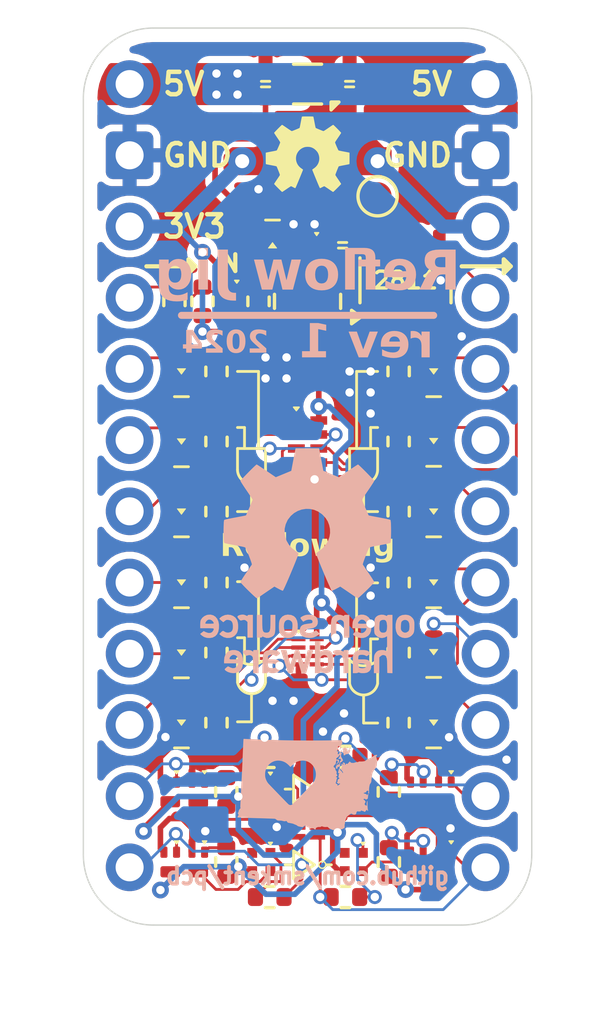
<source format=kicad_pcb>
(kicad_pcb (version 20240108) (generator "pcbnew") (generator_version "8.0")
  (layers (0 "F.Cu" signal) (31 "B.Cu" signal) (34 "B.Paste" user) (35 "F.Paste" user) (36 "B.SilkS" user "B.Silkscreen") (37 "F.SilkS" user "F.Silkscreen") (38 "B.Mask" user) (39 "F.Mask" user) (44 "Edge.Cuts" user))
  (net 0 "")
  (net 1 "GND")
  (net 3 "Net-(D5-A)")
  (net 4 "/NAND1_A_K")
  (net 5 "/NAND1_B_K")
  (net 6 "/NAND2_A_K")
  (net 7 "/NAND2_B_K")
  (net 8 "/OR1_A_K")
  (net 9 "/OR1_B_K")
  (net 10 "Net-(D9-A)")
  (net 11 "/OR2_A_K")
  (net 12 "/OR2_B_K")
  (net 13 "Net-(D13-A)")
  (net 14 "NAND1_A")
  (net 15 "NAND1_B")
  (net 16 "NAND2_A")
  (net 17 "NAND2_B")
  (net 18 "NOT2_A")
  (net 19 "+3V3")
  (net 20 "OR1_Y")
  (net 21 "NAND1_Y")
  (net 22 "NOT1_A")
  (net 23 "OR1_A")
  (net 24 "+5V")
  (net 25 "OR1_B")
  (net 26 "OR2_Y")
  (net 27 "OR2_B")
  (net 28 "OR2_A")
  (net 29 "NAND2_Y")
  (net 30 "NOT2_Y")
  (net 31 "NOT1_Y")
  (net 33 "WS2811_IN_3V3")
  (net 34 "WS2811_OUT_5V")
  (net 35 "WS2811_IN_5V")
  (net 36 "/WS2811_IN_3V3_F")
  (net 37 "/WS2811_LED_GK")
  (net 38 "/WS2811_LED_RK")
  (net 39 "/WS2811_LED_BK")
  (net 40 "/WS2811_OUTG")
  (net 41 "/WS2811_OUTR")
  (net 42 "/WS2811_OUTB")
  (net 43 "Net-(D6-A)")
  (net 48 "Net-(D10-A)")
  (net 49 "/NOT1_A_GR")
  (net 50 "/NOT1_Y_GR")
  (net 51 "/NOT2_A_GR")
  (net 52 "/NOT2_Y_GR")
  (net 53 "/NOT1_A_RED")
  (net 54 "/NOT1_Y_RED")
  (net 55 "/NOT2_A_RED")
  (net 56 "/NOT2_Y_RED")
  (net 57 "/NOT1_A_A")
  (net 58 "/NOT1_Y_A")
  (net 59 "/NOT2_A_A")
  (net 60 "/NOT2_Y_A")
  (footprint "Resistor_SMD:R_0402_1005Metric" (layer "F.Cu") (at 156.25 117.75 -90)
    (property "Reference" "R2" (hide yes))
    (property "Value" "10K")
  )
  (footprint "Resistor_SMD:R_0402_1005Metric" (layer "F.Cu") (at 156.75 122.75 90)
    (property "Reference" "R15" (hide yes))
    (property "Value" "5K1")
  )
  (footprint "custom:LED_0402_1005Metric" (layer "F.Cu") (at 155.5 130.28 90)
    (property "Reference" "D8" (hide yes))
    (property "Value" "Green")
  )
  (footprint "custom:C_0402_1005Metric_simple" (layer "F.Cu") (at 158.5 110 90)
    (property "Reference" "C0" (hide yes))
    (property "Value" "10u")
  )
  (footprint "Resistor_SMD:R_0402_1005Metric" (layer "F.Cu") (at 156.75 130.28 90)
    (property "Reference" "R19" (hide yes))
    (property "Value" "5K1")
  )
  (footprint "custom:LED_0402_1005Metric" (layer "F.Cu") (at 155.5 122.75 90)
    (property "Reference" "D2" (hide yes))
    (property "Value" "Green")
  )
  (footprint "Resistor_SMD:R_0402_1005Metric" (layer "F.Cu") (at 157.1 135.25 90)
    (property "Reference" "R4" (hide yes))
    (property "Value" "10K")
  )
  (footprint "custom:LED_0402_1005Metric" (layer "F.Cu") (at 164.5 132.78 90)
    (property "Reference" "D13" (hide yes))
    (property "Value" "Green")
  )
  (footprint "Resistor_SMD:R_0402_1005Metric" (layer "F.Cu") (at 156.75 125.25 -90)
    (property "Reference" "R12" (hide yes))
    (property "Value" "5K1")
  )
  (footprint "custom:LED_0402_1005Metric" (layer "F.Cu") (at 164.5 130.265 90)
    (property "Reference" "D12" (hide yes))
    (property "Value" "Green")
  )
  (footprint "Resistor_SMD:R_0402_1005Metric" (layer "F.Cu") (at 157.1 137.75 90)
    (property "Reference" "R6" (hide yes))
    (property "Value" "10K")
  )
  (footprint "Resistor_SMD:R_0402_1005Metric" (layer "F.Cu") (at 162.9 137.75 -90)
    (property "Reference" "R7" (hide yes))
    (property "Value" "10K")
  )
  (footprint "custom:LED_0402_1005Metric" (layer "F.Cu") (at 155.5 125.25 90)
    (property "Reference" "D5" (hide yes))
    (property "Value" "Green")
  )
  (footprint "lcsc:FSOP-8_L3.3-W1.7-P0.80-LS2.9-BL" (layer "F.Cu") (at 163.5 117 90)
    (property "Reference" "U1" (hide yes))
    (property "Value" "WS2811F")
  )
  (footprint "Resistor_SMD:R_0402_1005Metric" (layer "F.Cu") (at 161.35 139 180)
    (property "Reference" "R10" (hide yes))
    (property "Value" "5K1")
  )
  (footprint "Resistor_SMD:R_0402_1005Metric" (layer "F.Cu") (at 156.75 127.78 90)
    (property "Reference" "R18" (hide yes))
    (property "Value" "5K1")
  )
  (footprint "lcsc:LED-ARRAY-SMD_4P-L1.0-W1.0-TR-RD" (layer "F.Cu") (at 158.35 135.25)
    (property "Reference" "LED2" (hide yes))
    (property "Value" "XL-B1010RGBT-HF")
  )
  (footprint "Package_DFN_QFN:UDFN-4-1EP_1x1mm_P0.65mm_EP0.48x0.48mm" (layer "F.Cu") (at 160 110 180)
    (property "Reference" "U5" (hide yes))
    (property "Value" "ME6211C33U4")
  )
  (footprint "Resistor_SMD:R_0402_1005Metric" (layer "F.Cu") (at 163.25 130.28 90)
    (property "Reference" "R22" (hide yes))
    (property "Value" "5K1")
  )
  (footprint "Resistor_SMD:R_0402_1005Metric" (layer "F.Cu") (at 158.25 117.75 90)
    (property "Reference" "R3" (hide yes))
    (property "Value" "10K")
  )
  (footprint "custom:DFN1006-3" (layer "F.Cu") (at 155.1 135.25 -90)
    (property "Reference" "Q2" (hide yes))
    (property "Value" "SDV301N3")
  )
  (footprint "lcsc:X2-DFN2010-8_L2.0-W1.0-P0.50-BL" (layer "F.Cu") (at 160 122.75 -90)
    (property "Reference" "U2" (hide yes))
    (property "Value" "74LVC2G00HD4-7")
  )
  (footprint "custom:DFN1006-3" (layer "F.Cu") (at 156.1 135.25 -90)
    (property "Reference" "Q3" (hide yes))
    (property "Value" "SDV301N3")
  )
  (footprint "Resistor_SMD:R_0402_1005Metric" (layer "F.Cu") (at 156.75 120.25 90)
    (property "Reference" "R14" (hide yes))
    (property "Value" "5K1")
  )
  (footprint "Resistor_SMD:R_0402_1005Metric" (layer "F.Cu") (at 163.25 122.75 90)
    (property "Reference" "R16" (hide yes))
    (property "Value" "5K1")
  )
  (footprint "lcsc:LED-ARRAY-SMD_4P-L1.0-W1.0-TR-RD" (layer "F.Cu") (at 161.65 137.75)
    (property "Reference" "LED5" (hide yes))
    (property "Value" "XL-B1010RGBT-HF")
  )
  (footprint "TestPoint:TestPoint_Pad_D1.0mm" (layer "F.Cu") (at 162.5 114)
    (property "Reference" "TP1" (hide yes))
    (property "Value" "TestPoint")
  )
  (footprint "custom:DFN1006-3" (layer "F.Cu") (at 164.9 137.75 -90)
    (property "Reference" "Q8" (hide yes))
    (property "Value" "SDV301N3")
  )
  (footprint "lcsc:LED-ARRAY-SMD_4P-L1.0-W1.0-TR-RD" (layer "F.Cu") (at 160 116)
    (property "Reference" "LED1" (hide yes))
    (property "Value" "XL-B1010RGBT-HF")
  )
  (footprint "custom:C_0402_1005Metric_simple" (layer "F.Cu") (at 161.5 110 90)
    (property "Reference" "C1" (hide yes))
    (property "Value" "10u")
  )
  (footprint "custom:DFN1006-3" (layer "F.Cu") (at 163.9 135.25 -90)
    (property "Reference" "Q5" (hide yes))
    (property "Value" "SDV301N3")
  )
  (footprint "Resistor_SMD:R_0402_1005Metric" (layer "F.Cu") (at 158.65 139 180)
    (property "Reference" "R11" (hide yes))
    (property "Value" "5K1")
  )
  (footprint "custom:LED_0402_1005Metric" (layer "F.Cu") (at 164.5 120.25 90)
    (property "Reference" "D3" (hide yes))
    (property "Value" "Green")
  )
  (footprint "Resistor_SMD:R_0402_1005Metric" (layer "F.Cu") (at 163.25 125.25 -90)
    (property "Reference" "R13" (hide yes))
    (property "Value" "5K1")
  )
  (footprint "Resistor_SMD:R_0402_1005Metric" (layer "F.Cu") (at 162.9 135.25 -90)
    (property "Reference" "R5" (hide yes))
    (property "Value" "10K")
  )
  (footprint "Resistor_SMD:R_0402_1005Metric" (layer "F.Cu") (at 156.75 132.78 -90)
    (property "Reference" "R20" (hide yes))
    (property "Value" "5K1")
  )
  (footprint "custom:LED_0402_1005Metric" (layer "F.Cu") (at 155.5 127.78 90)
    (property "Reference" "D7" (hide yes))
    (property "Value" "Green")
  )
  (footprint "custom:LED_0402_1005Metric" (layer "F.Cu") (at 155.5 120.25 90)
    (property "Reference" "D1" (hide yes))
    (property "Value" "Green")
  )
  (footprint "Resistor_SMD:R_0402_1005Metric" (layer "F.Cu") (at 163.25 127.78 90)
    (property "Reference" "R21" (hide yes))
    (property "Value" "5K1")
  )
  (footprint "graphics:oshw-logo-3mm" (layer "F.Cu") (at 160 112.5)
    (property "Reference" "G***" (hide yes))
    (property "Value" "LOGO" (hide yes))
  )
  (footprint "Resistor_SMD:R_0402_1005Metric" (layer "F.Cu") (at 158.65 134 180)
    (property "Reference" "R8" (hide yes))
    (property "Value" "5K1")
  )
  (footprint "Resistor_SMD:R_0402_1005Metric" (layer "F.Cu") (at 155.25 117.75 -90)
    (property "Reference" "R1" (hide yes))
    (property "Value" "100R")
  )
  (footprint "custom:LED_0402_1005Metric" (layer "F.Cu") (at 164.5 127.78 90)
    (property "Reference" "D11" (hide yes))
    (property "Value" "Green")
  )
  (footprint "custom:LED_0402_1005Metric" (layer "F.Cu") (at 158.75 115.75 -90)
    (property "Reference" "D6" (hide yes))
    (property "Value" "Green")
  )
  (footprint "custom:DFN1006-3" (layer "F.Cu") (at 155.1 137.75 -90)
    (property "Reference" "Q7" (hide yes))
    (property "Value" "SDV301N3")
  )
  (footprint "custom:LED_0402_1005Metric" (layer "F.Cu") (at 155.5 132.78 90)
    (property "Reference" "D9" (hide yes))
    (property "Value" "Green")
  )
  (footprint "Resistor_SMD:R_0402_1005Metric" (layer "F.Cu") (at 161.36 134 180)
    (property "Reference" "R9" (hide yes))
    (property "Value" "5K1")
  )
  (footprint "Resistor_SMD:R_0402_1005Metric" (layer "F.Cu") (at 163.25 120.25 90)
    (property "Reference" "R17" (hide yes))
    (property "Value" "5K1")
  )
  (footprint "lcsc:X2-DFN1010-6_L1.0-W1.0-P0.35-BL" (layer "F.Cu") (at 160 136.5 -90)
    (property "Reference" "U4" (hide yes))
    (property "Value" "74AUP2G06FW4-7")
  )
  (footprint "custom:LED_0402_1005Metric" (layer "F.Cu") (at 164.5 122.735 90)
    (property "Reference" "D4" (hide yes))
    (property "Value" "Green")
  )
  (footprint "custom:C_0402_1005Metric_simple" (layer "F.Cu") (at 161.25 115.75 90)
    (property "Reference" "C2" (hide yes))
    (property "Value" "10u")
  )
  (footprint "custom:DFN1006-3" (layer "F.Cu") (at 164.9 135.25 -90)
    (property "Reference" "Q4" (hide yes))
    (property "Value" "SDV301N3")
  )
  (footprint "Resistor_SMD:R_Array_Convex_4x0402" (layer "F.Cu") (at 160 117.75 90)
    (property "Reference" "RN1" (hide yes))
    (property "Value" "5K1")
  )
  (footprint "custom:LED_0402_1005Metric" (layer "F.Cu") (at 164.5 125.25 90)
    (property "Reference" "D10" (hide yes))
    (property "Value" "Green")
  )
  (footprint "lcsc:LED-ARRAY-SMD_4P-L1.0-W1.0-TR-RD" (layer "F.Cu") (at 161.65 135.25)
    (property "Reference" "LED3" (hide yes))
    (property "Value" "XL-B1010RGBT-HF")
  )
  (footprint "custom:DFN1006-3" (layer "F.Cu") (at 156.1 137.75 -90)
    (property "Reference" "Q6" (hide yes))
    (property "Value" "SDV301N3")
  )
  (footprint "custom:DFN1006-3" (layer "F.Cu") (at 163.9 137.75 -90)
    (property "Reference" "Q9" (hide yes))
    (property "Value" "SDV301N3")
  )
  (footprint "custom:DFN1006-3" (layer "F.Cu") (at 157.25 117.75 -90)
    (property "Reference" "Q1" (hide yes))
    (property "Value" "SDV301N3")
  )
  (footprint "lcsc:LED-ARRAY-SMD_4P-L1.0-W1.0-TR-RD" (layer "F.Cu") (at 158.35 137.75)
    (property "Reference" "LED4" (hide yes))
    (property "Value" "XL-B1010RGBT-HF")
  )
  (footprint "Resistor_SMD:R_0402_1005Metric" (layer "F.Cu") (at 163.25 132.78 -90)
    (property "Reference" "R23" (hide yes))
    (property "Value" "5K1")
  )
  (footprint "lcsc:X2-DFN1210-8_L1.2-W1.0-P0.30-BL" (layer "F.Cu") (at 160 130.25 -90)
    (property "Reference" "U3" (hide yes))
    (property "Value" "74LVC2G32RA3-7")
  )
  (footprint "custom:PinHeader_1x12_P2.54mm_Vertical_simple_pad2gnd" (layer "B.Cu") (at 153.65 110 180)
    (property "Reference" "J1" (hide yes))
    (property "Value" "Pin headers")
  )
  (footprint "custom:PinHeader_1x12_P2.54mm_Vertical_simple_pad2gnd" (layer "B.Cu") (at 166.35 110 180)
    (property "Reference" "J2" (hide yes))
    (property "Value" "Pin headers")
  )
  (footprint "graphics:wa-state-heart-5mm" (layer "B.Cu") (at 160 135 180)
    (property "Reference" "G***" (hide yes))
    (property "Value" "LOGO" (hide yes))
  )
  (footprint "Symbol:OSHW-Logo_7.5x8mm_SilkScreen" (layer "B.Cu") (at 160 127 180)
    (property "Reference" "REF**" (hide yes))
    (property "Value" "OSHW-Logo_7.5x8mm_SilkScreen" (hide yes))
  )
  (gr_line (start 164.5 118.25) (end 155.5 118.25) (stroke (width 0.25)) (layer "B.SilkS"))
  (gr_line (start 165.5 116.5) (end 167.25 116.5) (stroke (width 0.15)) (layer "F.SilkS"))
  (gr_line (start 162.5 123) (end 162.5 123.75) (stroke (width 0.1)) (layer "F.SilkS"))
  (gr_line (start 162.25 129.792893) (end 162.5 129.792893) (stroke (width 0.1)) (layer "F.SilkS"))
  (gr_line (start 161.75 130.692893) (end 161.75 127.792893) (stroke (width 0.1)) (layer "F.SilkS"))
  (gr_line (start 162.5 130.542893) (end 162.499999 131.382992) (stroke (width 0.1)) (layer "F.SilkS"))
  (gr_line (start 159.4 137.85) (end 159.2 137.85) (stroke (width 0.1)) (layer "F.SilkS"))
  (gr_line (start 158.5 123) (end 158.5 123.75) (stroke (width 0.1)) (layer "F.SilkS"))
  (gr_line (start 157.75 123) (end 157.75 122.25) (stroke (width 0.1)) (layer "F.SilkS"))
  (gr_line (start 157.75 130.65) (end 157.75 129.75) (stroke (width 0.1)) (layer "F.SilkS"))
  (gr_arc (start 158.5 123.75) (mid 158 124.25) (end 157.5 123.75) (stroke (width 0.1)) (layer "F.SilkS"))
  (gr_line (start 157.5 132.75) (end 158 132.75) (stroke (width 0.1)) (layer "F.SilkS"))
  (gr_arc (start 162 131.792893) (mid 161.676728 131.67732) (end 161.500001 131.382992) (stroke (width 0.1)) (layer "F.SilkS"))
  (gr_line (start 158.25 123) (end 158.25 120.25) (stroke (width 0.1)) (layer "F.SilkS"))
  (gr_arc (start 158.499999 131.340099) (mid 158.323271 131.634427) (end 158 131.75) (stroke (width 0.1)) (layer "F.SilkS"))
  (gr_line (start 158 125.25) (end 158 124.575) (stroke (width 0.1)) (layer "F.SilkS"))
  (gr_line (start 162 132.792893) (end 162 131.792893) (stroke (width 0.1)) (layer "F.SilkS"))
  (gr_poly (pts (xy 160.25 137.85) (xy 159.5 137.35) (xy 159.5 138.35)) (stroke (width 0.1)) (fill none) (layer "F.SilkS"))
  (gr_line (start 162.25 122.25) (end 162.5 122.25) (stroke (width 0.1)) (layer "F.SilkS"))
  (gr_circle (center 158 124.425) (end 158.125 124.425) (stroke (width 0.05)) (fill none) (layer "F.SilkS"))
  (gr_arc (start 162.5 130.542893) (mid 162 130.75) (end 161.5 130.542893) (stroke (width 0.1)) (layer "F.SilkS"))
  (gr_line (start 157.5 123.75) (end 157.5 123) (stroke (width 0.1)) (layer "F.SilkS"))
  (gr_line (start 157.75 129.75) (end 157.5 129.75) (stroke (width 0.1)) (layer "F.SilkS"))
  (gr_line (start 162.5 125.25) (end 162 125.25) (stroke (width 0.1)) (layer "F.SilkS"))
  (gr_arc (start 162.499999 131.382992) (mid 162.323271 131.67732) (end 162 131.792893) (stroke (width 0.1)) (layer "F.SilkS"))
  (gr_line (start 157.5 130.5) (end 157.500001 131.340099) (stroke (width 0.1)) (layer "F.SilkS"))
  (gr_line (start 162 125.25) (end 162 124.575) (stroke (width 0.1)) (layer "F.SilkS"))
  (gr_line (start 161.5 123) (end 162.5 123) (stroke (width 0.1)) (layer "F.SilkS"))
  (gr_line (start 160.675 135.15) (end 160.85 135.15) (stroke (width 0.1)) (layer "F.SilkS"))
  (gr_line (start 158.25 120.25) (end 157.5 120.25) (stroke (width 0.1)) (layer "F.SilkS"))
  (gr_arc (start 162.5 123.75) (mid 162 124.25) (end 161.5 123.75) (stroke (width 0.1)) (layer "F.SilkS"))
  (gr_line (start 162.25 123) (end 162.25 122.25) (stroke (width 0.1)) (layer "F.SilkS"))
  (gr_line (start 159.4 135.15) (end 159.2 135.15) (stroke (width 0.1)) (layer "F.SilkS"))
  (gr_arc (start 158 131.75) (mid 157.676728 131.634427) (end 157.500001 131.340099) (stroke (width 0.1)) (layer "F.SilkS"))
  (gr_arc (start 158.5 130.5) (mid 158 130.707107) (end 157.5 130.5) (stroke (width 0.1)) (layer "F.SilkS"))
  (gr_poly (pts (xy 156 116.5) (xy 155.75 116.25) (xy 155.75 116.75)) (stroke (width 0.15)) (fill solid) (layer "F.SilkS"))
  (gr_circle (center 160.525 135.15) (end 160.65 135.15) (stroke (width 0.05)) (fill none) (layer "F.SilkS"))
  (gr_circle (center 162 124.425) (end 161.875 124.425) (stroke (width 0.05)) (fill none) (layer "F.SilkS"))
  (gr_line (start 161.75 120.25) (end 162.5 120.25) (stroke (width 0.1)) (layer "F.SilkS"))
  (gr_poly (pts (xy 160.25 135.15) (xy 159.5 134.65) (xy 159.5 135.65)) (stroke (width 0.1)) (fill none) (layer "F.SilkS"))
  (gr_line (start 162.25 130.692893) (end 162.25 129.792893) (stroke (width 0.1)) (layer "F.SilkS"))
  (gr_line (start 162.5 132.792893) (end 162 132.792893) (stroke (width 0.1)) (layer "F.SilkS"))
  (gr_line (start 161.75 127.792893) (end 162.5 127.792893) (stroke (width 0.1)) (layer "F.SilkS"))
  (gr_line (start 158 132.75) (end 158 131.75) (stroke (width 0.1)) (layer "F.SilkS"))
  (gr_line (start 161.5 123.75) (end 161.5 123) (stroke (width 0.1)) (layer "F.SilkS"))
  (gr_line (start 158.25 130.65) (end 158.25 127.75) (stroke (width 0.1)) (layer "F.SilkS"))
  (gr_line (start 157.75 122.25) (end 157.5 122.25) (stroke (width 0.1)) (layer "F.SilkS"))
  (gr_line (start 161.5 130.542893) (end 161.500001 131.382992) (stroke (width 0.1)) (layer "F.SilkS"))
  (gr_line (start 158.25 127.75) (end 157.5 127.75) (stroke (width 0.1)) (layer "F.SilkS"))
  (gr_line (start 157.5 123) (end 158.5 123) (stroke (width 0.1)) (layer "F.SilkS"))
  (gr_line (start 154.25 116.5) (end 156 116.5) (stroke (width 0.15)) (layer "F.SilkS"))
  (gr_line (start 158.5 130.5) (end 158.499999 131.340099) (stroke (width 0.1)) (layer "F.SilkS"))
  (gr_circle (center 160.525 137.85) (end 160.65 137.85) (stroke (width 0.05)) (fill none) (layer "F.SilkS"))
  (gr_line (start 157.5 125.25) (end 158 125.25) (stroke (width 0.1)) (layer "F.SilkS"))
  (gr_line (start 160.675 137.85) (end 160.85 137.85) (stroke (width 0.1)) (layer "F.SilkS"))
  (gr_line (start 161.75 123) (end 161.75 120.25) (stroke (width 0.1)) (layer "F.SilkS"))
  (gr_poly (pts (xy 167.25 116.5) (xy 167 116.25) (xy 167 116.75)) (stroke (width 0.15)) (fill solid) (layer "F.SilkS"))
  (gr_line (start 168 110.5) (end 168 137.5) (stroke (width 0.05)) (layer "Edge.Cuts"))
  (gr_line (start 165.5 140) (end 154.5 140) (stroke (width 0.05)) (layer "Edge.Cuts"))
  (gr_arc (start 152 110.5) (mid 152.732233 108.732233) (end 154.5 108) (stroke (width 0.05)) (layer "Edge.Cuts"))
  (gr_arc (start 154.5 140) (mid 152.732233 139.267767) (end 152 137.5) (stroke (width 0.05)) (layer "Edge.Cuts"))
  (gr_line (start 152 137.5) (end 152 110.5) (stroke (width 0.05)) (layer "Edge.Cuts"))
  (gr_arc (start 165.5 108) (mid 167.267767 108.732233) (end 168 110.5) (stroke (width 0.05)) (layer "Edge.Cuts"))
  (gr_line (start 154.5 108) (end 165.5 108) (stroke (width 0.05)) (layer "Edge.Cuts"))
  (gr_arc (start 168 137.5) (mid 167.267767 139.267767) (end 165.5 140) (stroke (width 0.05)) (layer "Edge.Cuts"))
  (gr_text "rev 1" (at 164.5 119.25 0) (layer "B.SilkS") (effects (font (size 1.2 1.2) (thickness 0.24) (bold yes)) (justify left mirror)))
  (gr_text "github.com/smkent/pcb" (at 160 138.25 0) (layer "B.SilkS") (effects (font (size 0.6 0.55) (thickness 0.14) (bold yes)) (justify mirror)))
  (gr_text "2024" (at 155.5 119.25 0) (layer "B.SilkS") (effects (font (size 0.8 0.8) (thickness 0.24) (bold yes)) (justify right mirror)))
  (gr_text "Reflow Jig" (at 160 116.75 -0) (layer "B.SilkS") (effects (font (size 1.4 1.4) (thickness 0.3) (bold yes)) (justify mirror)))
  (gr_text "2811" (at 163.5 117 0) (layer "F.SilkS") (effects (font (size 0.6 0.6) (thickness 0.12) (bold yes))))
  (gr_text "3V3" (at 154.75 115.08 0) (layer "F.SilkS") (effects (font (size 0.8 0.8) (thickness 0.16) (bold yes)) (justify left)))
  (gr_text "GND" (at 154.75 112.54 0) (layer "F.SilkS") (effects (font (size 0.8 0.8) (thickness 0.16) (bold yes)) (justify left)))
  (gr_text "5V" (at 154.75 110 0) (layer "F.SilkS") (effects (font (size 0.8 0.8) (thickness 0.16) (bold yes)) (justify left)))
  (gr_text "GND" (at 165.25 112.54 0) (layer "F.SilkS") (effects (font (size 0.8 0.8) (thickness 0.16) (bold yes)) (justify right)))
  (gr_text "5V" (at 165.25 110 0) (layer "F.SilkS") (effects (font (size 0.8 0.8) (thickness 0.16) (bold yes)) (justify right)))
  (gr_text "N" (at 157.25 116.75 0) (layer "F.SilkS") (effects (font (size 0.6 0.6) (thickness 0.16) (bold yes)) (justify bottom)))
  (gr_text "Reflow Jig" (at 160 126.5 0) (layer "F.SilkS") (effects (font (size 0.8 0.8) (thickness 0.3) (bold yes))))
  (segment (start 155.875 136.54765) (end 155.875 137.4) (width 0.2) (layer "F.Cu") (net 1))
  (segment (start 159.5 132) (end 159.675 131.825) (width 0.2) (layer "F.Cu") (net 1))
  (segment (start 164.12648 119.17) (end 164.75 119.17) (width 0.2) (layer "F.Cu") (net 1))
  (segment (start 164.352818 136.45) (end 163.897182 136.45) (width 0.2) (layer "F.Cu") (net 1))
  (segment (start 154.749532 134.774532) (end 154.875 134.9) (width 0.2) (layer "F.Cu") (net 1))
  (segment (start 159.850002 124.100002) (end 160.25 124.100002) (width 0.2) (layer "F.Cu") (net 1))
  (segment (start 163.55 134.345391) (end 163.915402 133.979989) (width 0.2) (layer "F.Cu") (net 1))
  (segment (start 159.6 123.5) (end 159.6 123.85) (width 0.2) (layer "F.Cu") (net 1))
  (segment (start 164.675 136.772182) (end 164.352818 136.45) (width 0.2) (layer "F.Cu") (net 1))
  (segment (start 154.875 137.4) (end 154.749532 137.274532) (width 0.2) (layer "F.Cu") (net 1))
  (segment (start 155.071714 136.2) (end 155.52735 136.2) (width 0.2) (layer "F.Cu") (net 1))
  (segment (start 160.979998 114.999998) (end 160.25 114.999998) (width 0.2) (layer "F.Cu") (net 1))
  (segment (start 164.7 118.31) (end 164.7 119.12) (width 0.2) (layer "F.Cu") (net 1))
  (segment (start 155.5 133.265) (end 154.95581 133.265) (width 0.2) (layer "F.Cu") (net 1))
  (segment (start 154.749532 136.522182) (end 155.071714 136.2) (width 0.2) (layer "F.Cu") (net 1))
  (segment (start 164.675 137.4) (end 164.675 136.772182) (width 0.2) (layer "F.Cu") (net 1))
  (segment (start 164.371038 133.979989) (end 164.69322 134.302171) (width 0.2) (layer "F.Cu") (net 1))
  (segment (start 165.015 133.265) (end 165.05 133.3) (width 0.2) (layer "F.Cu") (net 1))
  (segment (start 159.675 131.825) (end 159.675 130.75) (width 0.2) (layer "F.Cu") (net 1))
  (segment (start 159.65 136.5) (end 158.9 136.5) (width 0.2) (layer "F.Cu") (net 1))
  (segment (start 158.75 115.265) (end 159.234998 115.265) (width 0.2) (layer "F.Cu") (net 1))
  (segment (start 154.749532 137.274532) (end 154.749532 136.522182) (width 0.2) (layer "F.Cu") (net 1))
  (segment (start 155.5 133.265) (end 154.749532 134.015468) (width 0.2) (layer "F.Cu") (net 1))
  (segment (start 163.55648 119.74) (end 164.12648 119.17) (width 0.2) (layer "F.Cu") (net 1))
  (segment (start 164.75 119.17) (end 165.33 119.17) (width 0.2) (layer "F.Cu") (net 1))
  (segment (start 159.234998 115.265) (end 159.5 114.999998) (width 0.2) (layer "F.Cu") (net 1))
  (segment (start 164.5 133.265) (end 165.015 133.265) (width 0.2) (layer "F.Cu") (net 1))
  (segment (start 165.33 119.17) (end 165.5 119) (width 0.2) (layer "F.Cu") (net 1))
  (segment (start 163.25 119.74) (end 163.55648 119.74) (width 0.2) (layer "F.Cu") (net 1))
  (segment (start 160.25 114.999998) (end 159.5 114.999998) (width 0.2) (layer "F.Cu") (net 1))
  (segment (start 155.52735 136.2) (end 155.875 136.54765) (width 0.2) (layer "F.Cu") (net 1))
  (segment (start 164.69322 134.302171) (end 164.69322 134.88178) (width 0.2) (layer "F.Cu") (net 1))
  (segment (start 163.55 137.275) (end 163.675 137.4) (width 0.2) (layer "F.Cu") (net 1))
  (segment (start 154.95581 133.265) (end 154.929119 133.291691) (width 0.2) (layer "F.Cu") (net 1))
  (segment (start 161.25 115.27) (end 160.979998 114.999998) (width 0.2) (layer "F.Cu") (net 1))
  (segment (start 163.55 134.775) (end 163.55 134.345391) (width 0.2) (layer "F.Cu") (net 1))
  (segment (start 164.69322 134.88178) (end 164.675 134.9) (width 0.2) (layer "F.Cu") (net 1))
  (segment (start 164.7 119.12) (end 164.75 119.17) (width 0.2) (layer "F.Cu") (net 1))
  (segment (start 163.897182 136.45) (end 163.55 136.797182) (width 0.2) (layer "F.Cu") (net 1))
  (segment (start 163.675 134.9) (end 163.55 134.775) (width 0.2) (layer "F.Cu") (net 1))
  (segment (start 159.6 123.85) (end 159.850002 124.100002) (width 0.2) (layer "F.Cu") (net 1))
  (segment (start 155.875 134.9) (end 155.875 133.64) (width 0.2) (layer "F.Cu") (net 1))
  (segment (start 154.749532 134.015468) (end 154.749532 134.774532) (width 0.2) (layer "F.Cu") (net 1))
  (segment (start 163.55 136.797182) (end 163.55 137.275) (width 0.2) (layer "F.Cu") (net 1))
  (segment (start 155.875 133.64) (end 155.5 133.265) (width 0.2) (layer "F.Cu") (net 1))
  (segment (start 163.915402 133.979989) (end 164.371038 133.979989) (width 0.2) (layer "F.Cu") (net 1))
  (via (at 161.5 120.25) (size 0.6) (drill 0.3) (layers "F.Cu" "B.Cu") (net 1))
  (via (at 162.25 128.25) (size 0.6) (drill 0.3) (layers "F.Cu" "B.Cu") (net 1))
  (via (at 162.25 121.75) (size 0.6) (drill 0.3) (layers "F.Cu" "B.Cu") (net 1))
  (via (at 165.05 133.3) (size 0.6) (drill 0.3) (layers "F.Cu" "B.Cu") (net 1))
  (via (at 162.25 120.25) (size 0.6) (drill 0.3) (layers "F.Cu" "B.Cu") (net 1))
  (via (at 154.929119 133.291691) (size 0.6) (drill 0.3) (layers "F.Cu" "B.Cu") (net 1))
  (via (at 167.1 134.1) (size 0.6) (drill 0.3) (layers "F.Cu" "B.Cu") (net 1))
  (via (at 158.75 132) (size 0.6) (drill 0.3) (layers "F.Cu" "B.Cu") (net 1))
  (via (at 158.5 119.75) (size 0.6) (drill 0.3) (layers "F.Cu" "B.Cu") (net 1))
  (via (at 159.5 132) (size 0.6) (drill 0.3) (layers "F.Cu" "B.Cu") (net 1))
  (via (at 159.5 114.999998) (size 0.6) (drill 0.3) (layers "F.Cu" "B.Cu") (net 1))
  (via (at 159.25 120.5) (size 0.6) (drill 0.3) (layers "F.Cu" "B.Cu") (net 1))
  (via (at 162.25 121) (size 0.6) (drill 0.3) (layers "F.Cu" "B.Cu") (net 1))
  (via (at 164.75 117) (size 0.6) (drill 0.3) (layers "F.Cu" "B.Cu") (net 1))
  (via (at 159.25 119.75) (size 0.6) (drill 0.3) (layers "F.Cu" "B.Cu") (net 1))
  (via (at 165.5 119) (size 0.6) (drill 0.3) (layers "F.Cu" "B.Cu") (net 1))
  (via (at 158.5 120.5) (size 0.6) (drill 0.3) (layers "F.Cu" "B.Cu") (net 1))
  (via (at 160.25 124.100002) (size 0.6) (drill 0.3) (layers "F.Cu" "B.Cu") (net 1))
  (via (at 165.1 136.55) (size 0.6) (drill 0.3) (layers "F.Cu" "B.Cu") (net 1))
  (via (at 157.75 127.25) (size 0.6) (drill 0.3) (layers "F.Cu" "B.Cu") (net 1))
  (via (at 158.25 113.75) (size 0.6) (drill 0.3) (layers "F.Cu" "B.Cu") (net 1))
  (via (at 158.9 136.5) (size 0.6) (drill 0.3) (layers "F.Cu" "B.Cu") (net 1))
  (via (at 160.55 133.1) (size 0.6) (drill 0.3) (layers "F.Cu" "B.Cu") (net 1))
  (via (at 161.3 132.45) (size 0.6) (drill 0.3) (layers "F.Cu" "B.Cu") (net 1))
  (via (at 160.25 114.999998) (size 0.6) (drill 0.3) (layers "F.Cu" "B.Cu") (net 1))
  (via (at 162.25 129.25) (size 0.6) (drill 0.3) (layers "F.Cu" "B.Cu") (net 1))
  (via (at 156.35 136.65) (size 0.6) (drill 0.3) (layers "F.Cu" "B.Cu") (net 1))
  (via (at 161.5 121) (size 0.6) (drill 0.3) (layers "F.Cu" "B.Cu") (net 1))
  (via (at 162.25 127.25) (size 0.6) (drill 0.3) (layers "F.Cu" "B.Cu") (net 1))
  (segment (start 155.5 124.765) (end 155.755 124.765) (width 0.1) (layer "F.Cu") (net 3))
  (segment (start 155.755 124.765) (end 156.75 125.76) (width 0.1) (layer "F.Cu") (net 3))
  (segment (start 155.5 120.735) (end 156.725 120.735) (width 0.1) (layer "F.Cu") (net 4))
  (segment (start 156.725 120.735) (end 156.75 120.76) (width 0.1) (layer "F.Cu") (net 4))
  (segment (start 156.75 123.26) (end 155.525 123.26) (width 0.1) (layer "F.Cu") (net 5))
  (segment (start 155.525 123.26) (end 155.5 123.235) (width 0.1) (layer "F.Cu") (net 5))
  (segment (start 163.275 120.735) (end 163.25 120.76) (width 0.1) (layer "F.Cu") (net 6))
  (segment (start 164.5 120.735) (end 163.275 120.735) (width 0.1) (layer "F.Cu") (net 6))
  (segment (start 164.46 123.26) (end 164.5 123.22) (width 0.1) (layer "F.Cu") (net 7))
  (segment (start 163.25 123.26) (end 164.46 123.26) (width 0.1) (layer "F.Cu") (net 7))
  (segment (start 156.75 128.29) (end 155.525 128.29) (width 0.1) (layer "F.Cu") (net 8))
  (segment (start 155.525 128.29) (end 155.5 128.265) (width 0.1) (layer "F.Cu") (net 8))
  (segment (start 155.5 130.765) (end 156.725 130.765) (width 0.1) (layer "F.Cu") (net 9))
  (segment (start 156.725 130.765) (end 156.75 130.79) (width 0.1) (layer "F.Cu") (net 9))
  (segment (start 155.5 132.295) (end 155.755 132.295) (width 0.1) (layer "F.Cu") (net 10))
  (segment (start 155.755 132.295) (end 156.75 133.29) (width 0.1) (layer "F.Cu") (net 10))
  (segment (start 163.275 128.265) (end 163.25 128.29) (width 0.1) (layer "F.Cu") (net 11))
  (segment (start 164.5 128.265) (end 163.275 128.265) (width 0.1) (layer "F.Cu") (net 11))
  (segment (start 164.5 130.75) (end 163.29 130.75) (width 0.1) (layer "F.Cu") (net 12))
  (segment (start 163.29 130.75) (end 163.25 130.79) (width 0.1) (layer "F.Cu") (net 12))
  (segment (start 164.5 132.295) (end 164.245 132.295) (width 0.1) (layer "F.Cu") (net 13))
  (segment (start 164.245 132.295) (end 163.25 133.29) (width 0.1) (layer "F.Cu") (net 13))
  (segment (start 158.167157 122.3) (end 158.95 122.3) (width 0.1) (layer "F.Cu") (net 14))
  (segment (start 155.5 119.765) (end 154.045 119.765) (width 0.1) (layer "F.Cu") (net 14))
  (segment (start 159.25 122) (end 159.6 122) (width 0.1) (layer "F.Cu") (net 14))
  (segment (start 156.18 122.68) (end 156.34 122.84) (width 0.1) (layer "F.Cu") (net 14))
  (segment (start 154.045 119.765) (end 153.65 120.16) (width 0.1) (layer "F.Cu") (net 14))
  (segment (start 157.627158 122.84) (end 158.05 122.417157) (width 0.1) (layer "F.Cu") (net 14))
  (segment (start 155.03 120.235) (end 155.03 121.03) (width 0.1) (layer "F.Cu") (net 14))
  (segment (start 158.95 122.3) (end 159.25 122) (width 0.1) (layer "F.Cu") (net 14))
  (segment (start 155.03 121.03) (end 156.18 122.18) (width 0.1) (layer "F.Cu") (net 14))
  (segment (start 156.34 122.84) (end 157.627158 122.84) (width 0.1) (layer "F.Cu") (net 14))
  (segment (start 158.05 122.417157) (end 158.167157 122.3) (width 0.1) (layer "F.Cu") (net 14))
  (segment (start 155.5 119.765) (end 155.03 120.235) (width 0.1) (layer "F.Cu") (net 14))
  (segment (start 156.18 122.18) (end 156.18 122.68) (width 0.1) (layer "F.Cu") (net 14))
  (segment (start 155.03 123.53) (end 155.25 123.75) (width 0.1) (layer "F.Cu") (net 15))
  (segment (start 157 123.75) (end 158.25 122.5) (width 0.1) (layer "F.Cu") (net 15))
  (segment (start 155.5 122.265) (end 155.03 122.735) (width 0.1) (layer "F.Cu") (net 15))
  (segment (start 155.25 123.75) (end 157 123.75) (width 0.1) (layer "F.Cu") (net 15))
  (segment (start 155.5 122.265) (end 154.085 122.265) (width 0.1) (layer "F.Cu") (net 15))
  (segment (start 155.03 122.735) (end 155.03 123.53) (width 0.1) (layer "F.Cu") (net 15))
  (segment (start 154.085 122.265) (end 153.65 122.7) (width 0.1) (layer "F.Cu") (net 15))
  (segment (start 158.25 122.5) (end 159.6 122.5) (width 0.1) (layer "F.Cu") (net 15))
  (segment (start 165.955 119.765) (end 166.35 120.16) (width 0.1) (layer "F.Cu") (net 16))
  (segment (start 161.217158 123.75) (end 160.967158 123.5) (width 0.1) (layer "F.Cu") (net 16))
  (segment (start 167.45 121.26) (end 167.45 123.3) (width 0.1) (layer "F.Cu") (net 16))
  (segment (start 160.967158 123.5) (end 160.4 123.5) (width 0.1) (layer "F.Cu") (net 16))
  (segment (start 164.5 119.765) (end 165.955 119.765) (width 0.1) (layer "F.Cu") (net 16))
  (segment (start 167.45 123.3) (end 167 123.75) (width 0.1) (layer "F.Cu") (net 16))
  (segment (start 167 123.75) (end 161.217158 123.75) (width 0.1) (layer "F.Cu") (net 16))
  (segment (start 166.35 120.16) (end 167.45 121.26) (width 0.1) (layer "F.Cu") (net 16))
  (segment (start 160.75 123) (end 160.4 123) (width 0.1) (layer "F.Cu") (net 17))
  (segment (start 165.9 122.25) (end 166.35 122.7) (width 0.1) (layer "F.Cu") (net 17))
  (segment (start 162.865 122.76) (end 162.075 123.55) (width 0.1) (layer "F.Cu") (net 17))
  (segment (start 164.5 122.25) (end 163.99 122.76) (width 0.1) (layer "F.Cu") (net 17))
  (segment (start 164.5 122.25) (end 165.9 122.25) (width 0.1) (layer "F.Cu") (net 17))
  (segment (start 163.99 122.76) (end 162.865 122.76) (width 0.1) (layer "F.Cu") (net 17))
  (segment (start 162.075 123.55) (end 161.3 123.55) (width 0.1) (layer "F.Cu") (net 17))
  (segment (start 161.3 123.55) (end 160.75 123) (width 0.1) (layer "F.Cu") (net 17))
  (segment (start 159.8 137.85) (end 159.8 137) (width 0.1) (layer "F.Cu") (net 18))
  (segment (start 155.299532 136.75) (end 155.325 136.775468) (width 0.1) (layer "F.Cu") (net 18))
  (segment (start 159.8 137) (end 159.65 136.85) (width 0.1) (layer "F.Cu") (net 18))
  (segment (start 159.8 138.36) (end 159.16 139) (width 0.1) (layer "F.Cu") (net 18))
  (segment (start 159.8 137.85) (end 159.8 138.36) (width 0.1) (layer "F.Cu") (net 18))
  (segment (start 155.325 136.775468) (end 155.325 137.4) (width 0.1) (layer "F.Cu") (net 18))
  (via (at 155.299532 136.75) (size 0.5) (drill 0.3) (layers "F.Cu" "B.Cu") (net 18))
  (via (at 159.8 137.85) (size 0.5) (drill 0.3) (layers "F.Cu" "B.Cu") (net 18))
  (segment (start 155.915267 137.365735) (end 155.299532 136.75) (width 0.1) (layer "B.Cu") (net 18))
  (segment (start 154.109532 137.94) (end 155.299532 136.75) (width 0.1) (layer "B.Cu") (net 18))
  (segment (start 153.65 137.94) (end 154.109532 137.94) (width 0.1) (layer "B.Cu") (net 18))
  (segment (start 157.757174 137.365735) (end 155.915267 137.365735) (width 0.1) (layer "B.Cu") (net 18))
  (segment (start 158.241439 137.85) (end 157.757174 137.365735) (width 0.1) (layer "B.Cu") (net 18))
  (segment (start 159.8 137.85) (end 158.241439 137.85) (width 0.1) (layer "B.Cu") (net 18))
  (segment (start 161 136.5) (end 160.75 136.5) (width 0.2) (layer "F.Cu") (net 19))
  (segment (start 161.450001 136.050001) (end 162.609999 136.050001) (width 0.2) (layer "F.Cu") (net 19))
  (segment (start 162.9 135.76) (end 163.19 136.05) (width 0.2) (layer "F.Cu") (net 19))
  (segment (start 157.688621 138.075) (end 157.529356 137.915735) (width 0.2) (layer "F.Cu") (net 19))
  (segment (start 163.497077 138.733714) (end 164.266286 138.733714) (width 0.2) (layer "F.Cu") (net 19))
  (segment (start 155.1 135.6) (end 154.149533 136.550467) (width 0.2) (layer "F.Cu") (net 19))
  (segment (start 162.9 138.26) (end 163.373714 138.733714) (width 0.2) (layer "F.Cu") (net 19))
  (segment (start 157.1 138.26) (end 157.185091 138.26) (width 0.2) (layer "F.Cu") (net 19))
  (segment (start 160.35 136.5) (end 160.75 136.5) (width 0.2) (layer "F.Cu") (net 19))
  (segment (start 160.9 137.85) (end 161.125 138.075) (width 0.2) (layer "F.Cu") (net 19))
  (segment (start 157.475 117.12864) (end 157.475 117.4) (width 0.2) (layer "F.Cu") (net 19))
  (segment (start 157.1 135.76) (end 157.185091 135.76) (width 0.2) (layer "F.Cu") (net 19))
  (segment (start 160.4 119.694975) (end 159.535025 118.83) (width 0.2) (layer "F.Cu") (net 19))
  (segment (start 160.4 121.5) (end 160.4 119.694975) (width 0.2) (layer "F.Cu") (net 19))
  (segment (start 161.325 135.575) (end 161.325 135.925) (width 0.2) (layer "F.Cu") (net 19))
  (segment (start 155.1 138.4) (end 154.75 138.75) (width 0.2) (layer "F.Cu") (net 19))
  (segment (start 161.071527 136.571527) (end 161 136.5) (width 0.2) (layer "F.Cu") (net 19))
  (segment (start 157.185091 138.26) (end 157.529356 137.915735) (width 0.2) (layer "F.Cu") (net 19))
  (segment (start 160.5 128.5) (end 160.325 128.675) (width 0.2) (layer "F.Cu") (net 19))
  (segment (start 160.325 128.675) (end 160.325 129.75) (width 0.2) (layer "F.Cu") (net 19))
  (segment (start 161.325 135.925) (end 161.450001 136.050001) (width 0.2) (layer "F.Cu") (net 19))
  (segment (start 157.185091 135.76) (end 157.529356 135.415735) (width 0.2) (layer "F.Cu") (net 19))
  (segment (start 161.345 110.325) (end 161.5 110.48) (width 0.2) (layer "F.Cu") (net 19))
  (segment (start 163.373714 138.733714) (end 163.497077 138.733714) (width 0.2) (layer "F.Cu") (net 19))
  (segment (start 155.1 138.1) (end 155.1 138.4) (width 0.2) (layer "F.Cu") (net 19))
  (segment (start 161.071527 136.694184) (end 161.071527 136.571527) (width 0.2) (layer "F.Cu") (net 19))
  (segment (start 161.325 136.175) (end 161 136.5) (width 0.2) (layer "F.Cu") (net 19))
  (segment (start 157.444265 135.415735) (end 157.865735 135.415735) (width 0.2) (layer "F.Cu") (net 19))
  (segment (start 160.9 136.6) (end 160.9 137.85) (width 0.2) (layer "F.Cu") (net 19))
  (segment (start 156.25 118.26) (end 156.25 118.83) (width 0.2) (layer "F.Cu") (net 19))
  (segment (start 156.82 118.83) (end 156.25 118.83) (width 0.2) (layer "F.Cu") (net 19))
  (segment (start 156.34636 116) (end 157.475 117.12864) (width 0.2) (layer "F.Cu") (net 19))
  (segment (start 162.609999 136.050001) (end 162.9 135.76) (width 0.2) (layer "F.Cu") (net 19))
  (segment (start 163.19 136.05) (end 164.45 136.05) (width 0.2) (layer "F.Cu") (net 19))
  (segment (start 160.4 122) (end 160.4 121.5) (width 0.2) (layer "F.Cu") (net 19))
  (segment (start 161.325 135.925) (end 161.325 136.175) (width 0.2) (layer "F.Cu") (net 19))
  (segment (start 157.865735 135.415735) (end 158.025 135.575) (width 0.2) (layer "F.Cu") (net 19))
  (segment (start 164.45 136.05) (end 164.9 135.6) (width 0.2) (layer "F.Cu") (net 19))
  (segment (start 160.54 110.325) (end 161.345 110.325) (width 0.2) (layer "F.Cu") (net 19))
  (segment (start 159.535025 118.83) (end 156.82 118.83) (width 0.2) (layer "F.Cu") (net 19))
  (segment (start 157.1 135.76) (end 157.444265 135.415735) (width 0.2) (layer "F.Cu") (net 19))
  (segment (start 161 136.5) (end 160.9 136.6) (width 0.2) (layer "F.Cu") (net 19))
  (segment (start 156.25 116) (end 156.34636 116) (width 0.2) (layer "F.Cu") (net 19))
  (segment (start 164.266286 138.733714) (end 164.9 138.1) (width 0.2) (layer "F.Cu") (net 19))
  (segment (start 154.149533 136.550467) (end 154.149533 136.654183) (width 0.2) (layer "F.Cu") (net 19))
  (segment (start 158.025 138.075) (end 157.688621 138.075) (width 0.2) (layer "F.Cu") (net 19))
  (segment (start 161.125 138.075) (end 161.325 138.075) (width 0.2) (layer "F.Cu") (net 19))
  (via (at 156.25 118.83) (size 0.6) (drill 0.3) (layers "F.Cu" "B.Cu") (net 19))
  (via (at 161.071527 136.694184) (size 0.6) (drill 0.3) (layers "F.Cu" "B.Cu") (net 19))
  (via (at 154.149533 136.654183) (size 0.6) (drill 0.3) (layers "F.Cu" "B.Cu") (net 19))
  (via (at 157.666918 112.75) (size 1) (drill 0.5) (layers "F.Cu" "B.Cu") (net 19))
  (via (at 156.25 116) (size 0.6) (drill 0.3) (layers "F.Cu" "B.Cu") (net 19))
  (via (at 162.5 112.75) (size 1) (drill 0.5) (layers "F.Cu" "B.Cu") (net 19))
  (via (at 157.529356 135.415735) (size 0.6) (drill 0.3) (layers "F.Cu" "B.Cu") (net 19))
  (via (at 157.529356 137.915735) (size 0.6) (drill 0.3) (layers "F.Cu" "B.Cu") (net 19))
  (via (at 160.4 121.5) (size 0.6) (drill 0.3) (layers "F.Cu" "B.Cu") (net 19))
  (via (at 163.497077 138.733714) (size 0.6) (drill 0.3) (layers "F.Cu" "B.Cu") (net 19))
  (via (at 160.5 128.5) (size 0.6) (drill 0.3) (layers "F.Cu" "B.Cu") (net 19))
  (via (at 154.75 138.75) (size 0.6) (drill 0.3) (layers "F.Cu" "B.Cu") (net 19))
  (segment (start 161.05 131.5) (end 161.05 130.477818) (width 0.2) (layer "B.Cu") (net 19))
  (segment (start 162.123834 136.417156) (end 162.456678 136.75) (width 0.2) (layer "B.Cu") (net 19))
  (segment (start 161.55 122.272182) (end 161.55 122.727818) (width 0.2) (layer "B.Cu") (net 19))
  (segment (start 161.55 122.727818) (end 161 123.277818) (width 0.2) (layer "B.Cu") (net 19))
  (segment (start 161 124.25) (end 160.5 124.75) (width 0.2) (layer "B.Cu") (net 19))
  (segment (start 161.071527 137.378473) (end 159.55 138.9) (width 0.2) (layer "B.Cu") (net 19))
  (segment (start 161.348555 136.417156) (end 162.123834 136.417156) (width 0.2) (layer "B.Cu") (net 19))
  (segment (start 161.071527 136.694184) (end 160.177998 136.694184) (width 0.2) (layer "B.Cu") (net 19))
  (segment (start 160.5 124.75) (end 160.5 128.5) (width 0.2) (layer "B.Cu") (net 19))
  (segment (start 155.387981 135.415735) (end 154.149533 136.654183) (width 0.2) (layer "B.Cu") (net 19))
  (segment (start 162.456678 137.693315) (end 163.497077 138.733714) (width 0.2) (layer "B.Cu") (net 19))
  (segment (start 158.45 137.5) (end 157.529356 136.579356) (width 0.2) (layer "B.Cu") (net 19))
  (segment (start 159.55 138.9) (end 158.513621 138.9) (width 0.2) (layer "B.Cu") (net 19))
  (segment (start 160.527818 128.5) (end 160.5 128.5) (width 0.2) (layer "B.Cu") (net 19))
  (segment (start 161.05 130.477818) (end 161.55 129.977818) (width 0.2) (layer "B.Cu") (net 19))
  (segment (start 155.336918 115.086918) (end 155.336918 115.08) (width 0.2) (layer "B.Cu") (net 19))
  (segment (start 154.75 138.75) (end 155.584265 137.915735) (width 0.2) (layer "B.Cu") (net 19))
  (segment (start 161.071527 136.694184) (end 161.348555 136.417156) (width 0.2) (layer "B.Cu") (net 19))
  (segment (start 154.149533 136.654183) (end 154.322713 136.654183) (width 0.2) (layer "B.Cu") (net 19))
  (segment (start 161.55 129.977818) (end 161.55 129.522182) (width 0.2) (layer "B.Cu") (net 19))
  (segment (start 161.071527 136.694184) (end 161.071527 137.378473) (width 0.2) (layer "B.Cu") (net 19))
  (segment (start 153.65 115.08) (end 155.336918 115.08) (width 0.5) (layer "B.Cu") (net 19))
  (segment (start 160.777818 121.5) (end 161.55 122.272182) (width 0.2) (layer "B.Cu") (net 19))
  (segment (start 156.25 116) (end 155.336918 115.086918) (width 0.2) (layer "B.Cu") (net 19))
  (segment (start 161 123.277818) (end 161 124.25) (width 0.2) (layer "B.Cu") (net 19))
  (segment (start 155.336918 115.08) (end 157.666918 112.75) (width 0.5) (layer "B.Cu") (net 19))
  (segment (start 156.25 116) (end 156.25 118.83) (width 0.2) (layer "B.Cu") (net 19))
  (segment (start 159.85 132.7) (end 161.05 131.5) (width 0.2) (layer "B.Cu") (net 19))
  (segment (start 161.55 129.522182) (end 160.527818 128.5) (width 0.2) (layer "B.Cu") (net 19))
  (segment (start 155.584265 137.915735) (end 157.529356 137.915735) (width 0.2) (layer "B.Cu") (net 19))
  (segment (start 157.529356 135.415735) (end 155.387981 135.415735) (width 0.2) (layer "B.Cu") (net 19))
  (segment (start 164.83 115.08) (end 162.5 112.75) (width 0.5) (layer "B.Cu") (net 19))
  (segment (start 157.529356 136.579356) (end 157.529356 135.415735) (width 0.2) (layer "B.Cu") (net 19))
  (segment (start 160.4 121.5) (end 160.777818 121.5) (width 0.2) (layer "B.Cu") (net 19))
  (segment (start 159.85 135.472657) (end 159.85 132.7) (width 0.2) (layer "B.Cu") (net 19))
  (segment (start 160.177998 136.694184) (end 159.372182 137.5) (width 0.2) (layer "B.Cu") (net 19))
  (segment (start 162.456678 136.75) (end 162.456678 137.693315) (width 0.2) (layer "B.Cu") (net 19))
  (segment (start 159.372182 137.5) (end 158.45 137.5) (width 0.2) (layer "B.Cu") (net 19))
  (segment (start 161.071527 136.694184) (end 159.85 135.472657) (width 0.2) (layer "B.Cu") (net 19))
  (segment (start 158.513621 138.9) (end 157.529356 137.915735) (width 0.2) (layer "B.Cu") (net 19))
  (segment (start 166.35 115.08) (end 164.83 115.08) (width 0.5) (layer "B.Cu") (net 19))
  (segment (start 161 129.75) (end 160.65 130.1) (width 0.1) (layer "F.Cu") (net 20))
  (segment (start 157.77 131.25) (end 158 131.25) (width 0.1) (layer "F.Cu") (net 20))
  (segment (start 160.65 130.1) (end 160.325 130.1) (width 0.1) (layer "F.Cu") (net 20))
  (segment (start 153.65 132.86) (end 154.66 131.85) (width 0.1) (layer "F.Cu") (net 20))
  (segment (start 156.75 132.27) (end 157.77 131.25) (width 0.1) (layer "F.Cu") (net 20))
  (segment (start 156.77 132.25) (end 156.75 132.27) (width 0.1) (layer "F.Cu") (net 20))
  (segment (start 156.33 131.85) (end 156.75 132.27) (width 0.1) (layer "F.Cu") (net 20))
  (segment (start 154.66 131.85) (end 156.33 131.85) (width 0.1) (layer "F.Cu") (net 20))
  (via (at 158 131.25) (size 0.5) (drill 0.3) (layers "F.Cu" "B.Cu") (net 20))
  (via (at 161 129.75) (size 0.5) (drill 0.3) (layers "F.Cu" "B.Cu") (net 20))
  (segment (start 158 131.25) (end 158 131) (width 0.1) (layer "B.Cu") (net 20))
  (segment (start 159.25 129.75) (end 161 129.75) (width 0.1) (layer "B.Cu") (net 20))
  (segment (start 158 131) (end 159.25 129.75) (width 0.1) (layer "B.Cu") (net 20))
  (segment (start 158.65 123) (end 158.032842 123) (width 0.1) (layer "F.Cu") (net 21))
  (segment (start 156.33 124.32) (end 156.75 124.74) (width 0.1) (layer "F.Cu") (net 21))
  (segment (start 156.75 124.282842) (end 156.75 124.74) (width 0.1) (layer "F.Cu") (net 21))
  (segment (start 154.280184 125.24) (end 155.200184 124.32) (width 0.1) (layer "F.Cu") (net 21))
  (segment (start 160.4 122.5) (end 161 122.5) (width 0.1) (layer "F.Cu") (net 21))
  (segment (start 155.200184 124.32) (end 156.33 124.32) (width 0.1) (layer "F.Cu") (net 21))
  (segment (start 158.032842 123) (end 156.75 124.282842) (width 0.1) (layer "F.Cu") (net 21))
  (segment (start 153.65 125.24) (end 154.280184 125.24) (width 0.1) (layer "F.Cu") (net 21))
  (via (at 161 122.5) (size 0.5) (drill 0.3) (layers "F.Cu" "B.Cu") (net 21))
  (via (at 158.65 123) (size 0.5) (drill 0.3) (layers "F.Cu" "B.Cu") (net 21))
  (segment (start 160.5 123) (end 161 122.5) (width 0.1) (layer "B.Cu") (net 21))
  (segment (start 158.65 123) (end 160.5 123) (width 0.1) (layer "B.Cu") (net 21))
  (segment (start 155.325 134.275468) (end 155.299532 134.25) (width 0.1) (layer "F.Cu") (net 22))
  (segment (start 159.16 134.66) (end 159.25 134.75) (width 0.1) (layer "F.Cu") (net 22))
  (segment (start 159.16 134) (end 159.153418 134) (width 0.1) (layer "F.Cu") (net 22))
  (segment (start 159.153418 134) (end 158.465887 133.312469) (width 0.1) (layer "F.Cu") (net 22))
  (segment (start 155.325 134.9) (end 155.325 134.275468) (width 0.1) (layer "F.Cu") (net 22))
  (segment (start 159.65 136.15) (end 159.65 135.15) (width 0.1) (layer "F.Cu") (net 22))
  (segment (start 159.16 134) (end 159.16 134.66) (width 0.1) (layer "F.Cu") (net 22))
  (segment (start 159.65 135.15) (end 159.25 134.75) (width 0.1) (layer "F.Cu") (net 22))
  (via (at 155.299532 134.25) (size 0.5) (drill 0.3) (layers "F.Cu" "B.Cu") (net 22))
  (via (at 158.465887 133.312469) (size 0.5) (drill 0.3) (layers "F.Cu" "B.Cu") (net 22))
  (segment (start 157.528356 134.25) (end 155.299532 134.25) (width 0.1) (layer "B.Cu") (net 22))
  (segment (start 155.299532 134.25) (end 154.8 134.25) (width 0.1) (layer "B.Cu") (net 22))
  (segment (start 154.8 134.25) (end 153.65 135.4) (width 0.1) (layer "B.Cu") (net 22))
  (segment (start 158.465887 133.312469) (end 157.528356 134.25) (width 0.1) (layer "B.Cu") (net 22))
  (segment (start 155.21 128.71) (end 156.18 129.68) (width 0.1) (layer "F.Cu") (net 23))
  (segment (start 156.18 130.068214) (end 156.401786 130.29) (width 0.1) (layer "F.Cu") (net 23))
  (segment (start 158.46 130.29) (end 158.95 129.8) (width 0.1) (layer "F.Cu") (net 23))
  (segment (start 155.5 127.295) (end 155.03 127.765) (width 0.1) (layer "F.Cu") (net 23))
  (segment (start 156.18 129.68) (end 156.18 130.068214) (width 0.1) (layer "F.Cu") (net 23))
  (segment (start 155.200184 128.71) (end 155.21 128.71) (width 0.1) (layer "F.Cu") (net 23))
  (segment (start 155.03 127.765) (end 155.03 128.539816) (width 0.1) (layer "F.Cu") (net 23))
  (segment (start 155.015 127.78) (end 153.65 127.78) (width 0.1) (layer "F.Cu") (net 23))
  (segment (start 156.401786 130.29) (end 158.46 130.29) (width 0.1) (layer "F.Cu") (net 23))
  (segment (start 158.95 129.8) (end 159.675 129.8) (width 0.1) (layer "F.Cu") (net 23))
  (segment (start 155.03 127.765) (end 155.015 127.78) (width 0.1) (layer "F.Cu") (net 23))
  (segment (start 155.03 128.539816) (end 155.200184 128.71) (width 0.1) (layer "F.Cu") (net 23))
  (segment (start 161.359999 114.25) (end 158.808052 114.25) (width 0.2) (layer "F.Cu") (net 24))
  (segment (start 161.76 116.23) (end 162.3 115.69) (width 0.2) (layer "F.Cu") (net 24))
  (segment (start 158.13 114.928052) (end 158.13 117.12) (width 0.2) (layer "F.Cu") (net 24))
  (segment (start 161.25 116.23) (end 161.76 116.23) (width 0.2) (layer "F.Cu") (net 24))
  (segment (start 158.05 111.95) (end 157.168629 111.95) (width 0.2) (layer "F.Cu") (net 24))
  (segment (start 158.13 117.12) (end 158.25 117.24) (width 0.2) (layer "F.Cu") (net 24))
  (segment (start 160.695 115.675) (end 161.25 116.23) (width 0.2) (layer "F.Cu") (net 24))
  (segment (start 160.325 115.675) (end 160.695 115.675) (width 0.2) (layer "F.Cu") (net 24))
  (segment (start 158.808052 114.25) (end 158.13 114.928052) (width 0.2) (layer "F.Cu") (net 24))
  (segment (start 158.5 110.48) (end 158.5 111.5) (width 0.2) (layer "F.Cu") (net 24))
  (segment (start 156.7 113.498052) (end 158.13 114.928052) (width 0.2) (layer "F.Cu") (net 24))
  (segment (start 156.7 112.418629) (end 156.7 113.498052) (width 0.2) (layer "F.Cu") (net 24))
  (segment (start 162.3 115.190001) (end 161.359999 114.25) (width 0.2) (layer "F.Cu") (net 24))
  (segment (start 157.168629 111.95) (end 156.7 112.418629) (width 0.2) (layer "F.Cu") (net 24))
  (segment (start 158.5 111.5) (end 158.05 111.95) (width 0.2) (layer "F.Cu") (net 24))
  (segment (start 162.3 115.69) (end 162.3 115.190001) (width 0.2) (layer "F.Cu") (net 24))
  (via (at 157.5 110.375) (size 0.6) (drill 0.3) (layers "F.Cu" "B.Cu") (net 24))
  (via (at 156.75 110.375) (size 0.6) (drill 0.3) (layers "F.Cu" "B.Cu") (net 24))
  (via (at 157.5 109.625) (size 0.6) (drill 0.3) (layers "F.Cu" "B.Cu") (net 24))
  (via (at 156.75 109.625) (size 0.6) (drill 0.3) (layers "F.Cu" "B.Cu") (net 24))
  (segment (start 158.542842 130.49) (end 158.932842 130.1) (width 0.1) (layer "F.Cu") (net 25))
  (segment (start 158.01 130.49) (end 158.542842 130.49) (width 0.1) (layer "F.Cu") (net 25))
  (segment (start 155.03 130.265) (end 155.03 131.039816) (width 0.1) (layer "F.Cu") (net 25))
  (segment (start 155.03 130.265) (end 154.975 130.32) (width 0.1) (layer "F.Cu") (net 25))
  (segment (start 155.03 131.039816) (end 155.240184 131.25) (width 0.1) (layer "F.Cu") (net 25))
  (segment (start 157.25 131.25) (end 158.01 130.49) (width 0.1) (layer "F.Cu") (net 25))
  (segment (start 155.240184 131.25) (end 157.25 131.25) (width 0.1) (layer "F.Cu") (net 25))
  (segment (start 154.975 130.32) (end 153.65 130.32) (width 0.1) (layer "F.Cu") (net 25))
  (segment (start 155.5 129.795) (end 155.03 130.265) (width 0.1) (layer "F.Cu") (net 25))
  (segment (start 158.932842 130.1) (end 159.675 130.1) (width 0.1) (layer "F.Cu") (net 25))
  (segment (start 166.35 132.86) (end 165.34 131.85) (width 0.1) (layer "F.Cu") (net 26))
  (segment (start 159 130.75) (end 159.35 130.4) (width 0.1) (layer "F.Cu") (net 26))
  (segment (start 159.35 130.4) (end 159.675 130.4) (width 0.1) (layer "F.Cu") (net 26))
  (segment (start 162.23 131.25) (end 160.5 131.25) (width 0.1) (layer "F.Cu") (net 26))
  (segment (start 163.25 132.27) (end 162.23 131.25) (width 0.1) (layer "F.Cu") (net 26))
  (segment (start 165.34 131.85) (end 163.67 131.85) (width 0.1) (layer "F.Cu") (net 26))
  (segment (start 163.67 131.85) (end 163.25 132.27) (width 0.1) (layer "F.Cu") (net 26))
  (via (at 160.5 131.25) (size 0.5) (drill 0.3) (layers "F.Cu" "B.Cu") (net 26))
  (via (at 159 130.75) (size 0.5) (drill 0.3) (layers "F.Cu" "B.Cu") (net 26))
  (segment (start 160.5 131.25) (end 159.5 131.25) (width 0.1) (layer "B.Cu") (net 26))
  (segment (start 159.5 131.25) (end 159 130.75) (width 0.1) (layer "B.Cu") (net 26))
  (segment (start 162.96 130.29) (end 163.99 130.29) (width 0.1) (layer "F.Cu") (net 27))
  (segment (start 164.5 129.78) (end 164.5 129.25) (width 0.1) (layer "F.Cu") (net 27))
  (segment (start 160.325 130.4) (end 162.85 130.4) (width 0.1) (layer "F.Cu") (net 27))
  (segment (start 163.99 130.29) (end 164.5 129.78) (width 0.1) (layer "F.Cu") (net 27))
  (segment (start 162.85 130.4) (end 162.96 130.29) (width 0.1) (layer "F.Cu") (net 27))
  (via (at 164.5 129.25) (size 0.5) (drill 0.3) (layers "F.Cu" "B.Cu") (net 27))
  (segment (start 164.5 129.25) (end 165.28 129.25) (width 0.1) (layer "B.Cu") (net 27))
  (segment (start 165.28 129.25) (end 166.35 130.32) (width 0.1) (layer "B.Cu") (net 27))
  (segment (start 165.35 128.78) (end 165.35 130.65) (width 0.1) (layer "F.Cu") (net 28))
  (segment (start 162.2 130.7) (end 160.325 130.7) (width 0.1) (layer "F.Cu") (net 28))
  (segment (start 165.865 127.295) (end 166.35 127.78) (width 0.1) (layer "F.Cu") (net 28))
  (segment (start 166.35 127.78) (end 165.35 128.78) (width 0.1) (layer "F.Cu") (net 28))
  (segment (start 164.5 127.295) (end 165.865 127.295) (width 0.1) (layer "F.Cu") (net 28))
  (segment (start 162.71 131.21) (end 162.2 130.7) (width 0.1) (layer "F.Cu") (net 28))
  (segment (start 165.35 130.65) (end 164.79 131.21) (width 0.1) (layer "F.Cu") (net 28))
  (segment (start 164.79 131.21) (end 162.71 131.21) (width 0.1) (layer "F.Cu") (net 28))
  (segment (start 160.477818 124.650002) (end 161.12782 124) (width 0.1) (layer "F.Cu") (net 29))
  (segment (start 159.1 123.1) (end 159.1 123.85) (width 0.1) (layer "F.Cu") (net 29))
  (segment (start 165.43 124.32) (end 163.67 124.32) (width 0.1) (layer "F.Cu") (net 29))
  (segment (start 162.51 124) (end 163.25 124.74) (width 0.1) (layer "F.Cu") (net 29))
  (segment (start 159.900002 124.650002) (end 160.477818 124.650002) (width 0.1) (layer "F.Cu") (net 29))
  (segment (start 159.1 123.85) (end 159.900002 124.650002) (width 0.1) (layer "F.Cu") (net 29))
  (segment (start 159.2 123) (end 159.1 123.1) (width 0.1) (layer "F.Cu") (net 29))
  (segment (start 166.35 125.24) (end 165.43 124.32) (width 0.1) (layer "F.Cu") (net 29))
  (segment (start 159.6 123) (end 159.2 123) (width 0.1) (layer "F.Cu") (net 29))
  (segment (start 161.12782 124) (end 162.51 124) (width 0.1) (layer "F.Cu") (net 29))
  (segment (start 163.67 124.32) (end 163.25 124.74) (width 0.1) (layer "F.Cu") (net 29))
  (segment (start 165.665 137.94) (end 166.35 137.94) (width 0.1) (layer "F.Cu") (net 30))
  (segment (start 160.45 139) (end 160.84 139) (width 0.1) (layer "F.Cu") (net 30))
  (segment (start 160.45 139) (end 160.45 136.95) (width 0.1) (layer "F.Cu") (net 30))
  (segment (start 165.125 137.4) (end 165.665 137.94) (width 0.1) (layer "F.Cu") (net 30))
  (segment (start 160.45 136.95) (end 160.35 136.85) (width 0.1) (layer "F.Cu") (net 30))
  (via (at 160.45 139) (size 0.5) (drill 0.3) (layers "F.Cu" "B.Cu") (net 30))
  (segment (start 164.84 139.45) (end 166.35 137.94) (width 0.1) (layer "B.Cu") (net 30))
  (segment (start 160.9 139.45) (end 164.84 139.45) (width 0.1) (layer "B.Cu") (net 30))
  (segment (start 160.45 139) (end 160.9 139.45) (width 0.1) (layer "B.Cu") (net 30))
  (segment (start 160.749998 134.100002) (end 160.749998 134.75) (width 0.1) (layer "F.Cu") (net 31))
  (segment (start 165.125 134.9) (end 165.625 135.4) (width 0.1) (layer "F.Cu") (net 31))
  (segment (start 160.35 135.149998) (end 160.35 136.15) (width 0.1) (layer "F.Cu") (net 31))
  (segment (start 160.85 134) (end 160.85 133.85) (width 0.1) (layer "F.Cu") (net 31))
  (segment (start 160.85 133.85) (end 161.35 133.35) (width 0.1) (layer "F.Cu") (net 31))
  (segment (start 160.85 134) (end 160.749998 134.100002) (width 0.1) (layer "F.Cu") (net 31))
  (segment (start 165.625 135.4) (end 166.35 135.4) (width 0.1) (layer "F.Cu") (net 31))
  (segment (start 160.749998 134.75) (end 160.35 135.149998) (width 0.1) (layer "F.Cu") (net 31))
  (via (at 161.35 133.35) (size 0.5) (drill 0.3) (layers "F.Cu" "B.Cu") (net 31))
  (segment (start 165.95 135) (end 166.35 135.4) (width 0.1) (layer "B.Cu") (net 31))
  (segment (start 163 135) (end 165.95 135) (width 0.1) (layer "B.Cu") (net 31))
  (segment (start 161.35 133.35) (end 163 135) (width 0.1) (layer "B.Cu") (net 31))
  (segment (start 154.03 117.24) (end 153.65 117.62) (width 0.1) (layer "F.Cu") (net 33))
  (segment (start 155.25 117.24) (end 154.03 117.24) (width 0.1) (layer "F.Cu") (net 33))
  (segment (start 166.35 117.34) (end 166.35 117.62) (width 0.1) (layer "F.Cu") (net 34))
  (segment (start 164.7 115.69) (end 166.35 117.34) (width 0.1) (layer "F.Cu") (net 34))
  (segment (start 161 117.75) (end 162.31 116.44) (width 0.1) (layer "F.Cu") (net 35))
  (segment (start 158.09 118.1) (end 158.25 118.26) (width 0.1) (layer "F.Cu") (net 35))
  (segment (start 158.26 118.25) (end 158.25 118.26) (width 0.1) (layer "F.Cu") (net 35))
  (segment (start 163.36577 116.44) (end 163.9 115.90577) (width 0.1) (layer "F.Cu") (net 35))
  (segment (start 157.25 118.1) (end 158.09 118.1) (width 0.1) (layer "F.Cu") (net 35))
  (segment (start 159.25 117.9) (end 159.4 117.75) (width 0.1) (layer "F.Cu") (net 35))
  (segment (start 159.25 118.25) (end 158.26 118.25) (width 0.1) (layer "F.Cu") (net 35))
  (segment (start 159.4 117.75) (end 161 117.75) (width 0.1) (layer "F.Cu") (net 35))
  (segment (start 163.9 115.4) (end 163.9 115.69) (width 0.1) (layer "F.Cu") (net 35))
  (segment (start 162.31 116.44) (end 163.36577 116.44) (width 0.1) (layer "F.Cu") (net 35))
  (segment (start 162.5 114) (end 163.9 115.4) (width 0.1) (layer "F.Cu") (net 35))
  (segment (start 159.25 118.25) (end 159.25 117.9) (width 0.1) (layer "F.Cu") (net 35))
  (segment (start 163.9 115.90577) (end 163.9 115.69) (width 0.1) (layer "F.Cu") (net 35))
  (segment (start 155.25 118.24) (end 156.25 117.24) (width 0.1) (layer "F.Cu") (net 36))
  (segment (start 157.025 117.4) (end 156.41 117.4) (width 0.1) (layer "F.Cu") (net 36))
  (segment (start 155.25 118.26) (end 155.25 118.24) (width 0.1) (layer "F.Cu") (net 36))
  (segment (start 156.41 117.4) (end 156.25 117.24) (width 0.1) (layer "F.Cu") (net 36))
  (segment (start 160.25 117.25) (end 160.25 116.9) (width 0.1) (layer "F.Cu") (net 37))
  (segment (start 160.25 116.9) (end 159.675 116.325) (width 0.1) (layer "F.Cu") (net 37))
  (segment (start 160.75 116.75) (end 160.75 117.25) (width 0.1) (layer "F.Cu") (net 38))
  (segment (start 160.325 116.325) (end 160.75 116.75) (width 0.1) (layer "F.Cu") (net 38))
  (segment (start 159.75 117) (end 159.35 116.6) (width 0.1) (layer "F.Cu") (net 39))
  (segment (start 159.75 117.25) (end 159.75 117) (width 0.1) (layer "F.Cu") (net 39))
  (segment (start 159.35 116.6) (end 159.35 116) (width 0.1) (layer "F.Cu") (net 39))
  (segment (start 159.35 116) (end 159.675 115.675) (width 0.1) (layer "F.Cu") (net 39))
  (segment (start 163.1 118.809999) (end 162.949999 118.96) (width 0.1) (layer "F.Cu") (net 40))
  (segment (start 161.865652 118.75) (end 160.4 118.75) (width 0.1) (layer "F.Cu") (net 40))
  (segment (start 160.4 118.75) (end 160.25 118.6) (width 0.1) (layer "F.Cu") (net 40))
  (segment (start 160.25 118.6) (end 160.25 118.25) (width 0.1) (layer "F.Cu") (net 40))
  (segment (start 163.1 118.31) (end 163.1 118.809999) (width 0.1) (layer "F.Cu") (net 40))
  (segment (start 162.949999 118.96) (end 162.075652 118.96) (width 0.1) (layer "F.Cu") (net 40))
  (segment (start 162.075652 118.96) (end 161.865652 118.75) (width 0.1) (layer "F.Cu") (net 40))
  (segment (start 160.81 118.31) (end 160.75 118.25) (width 0.1) (layer "F.Cu") (net 41))
  (segment (start 162.3 118.31) (end 160.81 118.31) (width 0.1) (layer "F.Cu") (net 41))
  (segment (start 161.992809 119.16) (end 163.124348 119.16) (width 0.1) (layer "F.Cu") (net 42))
  (segment (start 159.75 118.25) (end 159.75 118.55) (width 0.1) (layer "F.Cu") (net 42))
  (segment (start 159.75 118.55) (end 160.15 118.95) (width 0.1) (layer "F.Cu") (net 42))
  (segment (start 163.124348 119.16) (end 163.9 118.384348) (width 0.1) (layer "F.Cu") (net 42))
  (segment (start 163.9 118.384348) (end 163.9 118.31) (width 0.1) (layer "F.Cu") (net 42))
  (segment (start 160.15 118.95) (end 161.782809 118.95) (width 0.1) (layer "F.Cu") (net 42))
  (segment (start 161.782809 118.95) (end 161.992809 119.16) (width 0.1) (layer "F.Cu") (net 42))
  (segment (start 158.75 116.75) (end 159.25 117.25) (width 0.1) (layer "F.Cu") (net 43))
  (segment (start 158.75 116.235) (end 158.75 116.75) (width 0.1) (layer "F.Cu") (net 43))
  (segment (start 164.5 124.765) (end 164.245 124.765) (width 0.1) (layer "F.Cu") (net 48))
  (segment (start 164.245 124.765) (end 163.25 125.76) (width 0.1) (layer "F.Cu") (net 48))
  (segment (start 157.1 134.74) (end 156.485 134.74) (width 0.1) (layer "F.Cu") (net 49))
  (segment (start 156.485 134.74) (end 156.325 134.9) (width 0.1) (layer "F.Cu") (net 49))
  (segment (start 164.125 134.548209) (end 164.14322 134.529989) (width 0.1) (layer "F.Cu") (net 50))
  (segment (start 162.9 134.74) (end 162.9 134.379222) (width 0.1) (layer "F.Cu") (net 50))
  (segment (start 162.9 134.379222) (end 163.004567 134.274655) (width 0.1) (layer "F.Cu") (net 50))
  (segment (start 164.125 134.9) (end 164.125 134.548209) (width 0.1) (layer "F.Cu") (net 50))
  (via (at 164.14322 134.529989) (size 0.5) (drill 0.3) (layers "F.Cu" "B.Cu") (net 50))
  (via (at 163.004567 134.274655) (size 0.5) (drill 0.3) (layers "F.Cu" "B.Cu") (net 50))
  (segment (start 163.887886 134.274655) (end 164.14322 134.529989) (width 0.1) (layer "B.Cu") (net 50))
  (segment (start 163.004567 134.274655) (end 163.887886 134.274655) (width 0.1) (layer "B.Cu") (net 50))
  (segment (start 156.325 137.4) (end 156.485 137.24) (width 0.1) (layer "F.Cu") (net 51))
  (segment (start 156.485 137.24) (end 157.1 137.24) (width 0.1) (layer "F.Cu") (net 51))
  (segment (start 164.125 137) (end 164.125 137.4) (width 0.1) (layer "F.Cu") (net 52))
  (segment (start 162.9 136.81841) (end 163.006678 136.711732) (width 0.1) (layer "F.Cu") (net 52))
  (segment (start 162.9 137.24) (end 162.9 136.81841) (width 0.1) (layer "F.Cu") (net 52))
  (via (at 163.006678 136.711732) (size 0.5) (drill 0.3) (layers "F.Cu" "B.Cu") (net 52))
  (via (at 164.125 137) (size 0.5) (drill 0.3) (layers "F.Cu" "B.Cu") (net 52))
  (segment (start 163.006678 136.711732) (end 163.294946 137) (width 0.1) (layer "B.Cu") (net 52))
  (segment (start 163.294946 137) (end 164.125 137) (width 0.1) (layer "B.Cu") (net 52))
  (segment (start 156.73 136.23) (end 156.1 135.6) (width 0.1) (layer "F.Cu") (net 53))
  (segment (start 158.675 135.85) (end 158.295 136.23) (width 0.1) (layer "F.Cu") (net 53))
  (segment (start 158.295 136.23) (end 156.73 136.23) (width 0.1) (layer "F.Cu") (net 53))
  (segment (start 158.675 135.575) (end 158.675 135.85) (width 0.1) (layer "F.Cu") (net 53))
  (segment (start 163.537502 135.6) (end 163.227502 135.29) (width 0.1) (layer "F.Cu") (net 54))
  (segment (start 162.26 135.29) (end 161.975 135.575) (width 0.1) (layer "F.Cu") (net 54))
  (segment (start 163.9 135.6) (end 163.537502 135.6) (width 0.1) (layer "F.Cu") (net 54))
  (segment (start 163.227502 135.29) (end 162.26 135.29) (width 0.1) (layer "F.Cu") (net 54))
  (segment (start 158.675 138.075) (end 158.3 138.45) (width 0.1) (layer "F.Cu") (net 55))
  (segment (start 156.73 138.73) (end 156.1 138.1) (width 0.1) (layer "F.Cu") (net 55))
  (segment (start 157.52 138.73) (end 156.73 138.73) (width 0.1) (layer "F.Cu") (net 55))
  (segment (start 157.8 138.45) (end 157.52 138.73) (width 0.1) (layer "F.Cu") (net 55))
  (segment (start 158.3 138.45) (end 157.8 138.45) (width 0.1) (layer "F.Cu") (net 55))
  (segment (start 163.9 138.1) (end 163.55 138.1) (width 0.1) (layer "F.Cu") (net 56))
  (segment (start 162.3 137.75) (end 161.975 138.075) (width 0.1) (layer "F.Cu") (net 56))
  (segment (start 163.55 138.1) (end 163.2 137.75) (width 0.1) (layer "F.Cu") (net 56))
  (segment (start 163.2 137.75) (end 162.3 137.75) (width 0.1) (layer "F.Cu") (net 56))
  (segment (start 158.675 134.925) (end 158.675 134.535) (width 0.1) (layer "F.Cu") (net 57))
  (segment (start 158.675 134.535) (end 158.14 134) (width 0.1) (layer "F.Cu") (net 57))
  (segment (start 161.975 134.925) (end 161.975 134.105) (width 0.1) (layer "F.Cu") (net 58))
  (segment (start 161.975 134.105) (end 161.87 134) (width 0.1) (layer "F.Cu") (net 58))
  (segment (start 158.69 138.45) (end 158.14 139) (width 0.1) (layer "F.Cu") (net 59))
  (segment (start 159.05 138.45) (end 158.69 138.45) (width 0.1) (layer "F.Cu") (net 59))
  (segment (start 159.05 137.8) (end 159.05 138.45) (width 0.1) (layer "F.Cu") (net 59))
  (segment (start 158.675 137.425) (end 159.05 137.8) (width 0.1) (layer "F.Cu") (net 59))
  (segment (start 161.782844 136.967156) (end 161.975 137.159312) (width 0.1) (layer "F.Cu") (net 60))
  (segment (start 161.975 137.159312) (end 161.975 137.425) (width 0.1) (layer "F.Cu") (net 60))
  (segment (start 162.4 139) (end 161.86 139) (width 0.1) (layer "F.Cu") (net 60))
  (via (at 161.782844 136.967156) (size 0.5) (drill 0.3) (layers "F.Cu" "B.Cu") (net 60))
  (via (at 162.4 139) (size 0.5) (drill 0.3) (layers "F.Cu" "B.Cu") (net 60))
  (segment (start 161.782844 138.382844) (end 162.4 139) (width 0.1) (layer "B.Cu") (net 60))
  (segment (start 161.782844 136.967156) (end 161.782844 138.382844) (width 0.1) (layer "B.Cu") (net 60))
  (zone (net 19) (net_name "+3V3") (layer "F.Cu") (priority 1) (connect_pads yes (clearance 0)) (min_thickness 0.25) (fill yes (thermal_gap 0.25) (thermal_bridge_width 0.5) (smoothing fillet) (radius 0.25))
    (polygon (pts (xy 157 112.25) (xy 158 112.25) (xy 158.75 111.5) (xy 158.75 110.75) (xy 160 110.75) (xy 160 110.25) (xy 161.75 110.25) (xy 161.75 111.25) (xy 162.72561 112.25) (xy 163 112.25) (xy 163 113.25) (xy 157 113.25)))
  )
  (zone (net 24) (net_name "+5V") (layer "F.Cu") (priority 1) (connect_pads yes (clearance 0)) (min_thickness 0.25) (fill yes (thermal_gap 0.25) (thermal_bridge_width 0.5) (smoothing fillet) (radius 0.25))
    (polygon (pts (xy 152.5 109.25) (xy 160 109.25) (xy 160 110.75) (xy 152.5 110.75)))
  )
  (zone (net 1) (net_name "GND") (layers "F&B.Cu") (connect_pads (clearance 0.25)) (min_thickness 0.25) (fill yes (thermal_gap 0.25) (thermal_bridge_width 0.5))
    (polygon (pts (xy 151 107) (xy 169 107) (xy 169 141) (xy 151 141)))
  )
  (zone (net 24) (net_name "+5V") (layer "B.Cu") (priority 1) (connect_pads yes (clearance 0)) (min_thickness 0.25) (fill yes (thermal_gap 0.25) (thermal_bridge_width 0.5) (smoothing fillet) (radius 0.25))
    (polygon (pts (xy 156.25 109.25) (xy 167.5 109.25) (xy 167.5 110.75) (xy 156.25 110.75)))
  )
)
</source>
